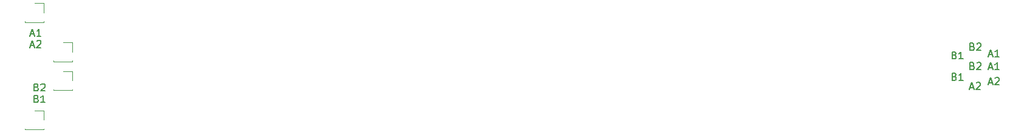
<source format=gbr>
%TF.GenerationSoftware,KiCad,Pcbnew,6.0.10*%
%TF.CreationDate,2023-01-30T14:16:19+03:00*%
%TF.ProjectId,heaters,68656174-6572-4732-9e6b-696361645f70,rev?*%
%TF.SameCoordinates,Original*%
%TF.FileFunction,Legend,Top*%
%TF.FilePolarity,Positive*%
%FSLAX46Y46*%
G04 Gerber Fmt 4.6, Leading zero omitted, Abs format (unit mm)*
G04 Created by KiCad (PCBNEW 6.0.10) date 2023-01-30 14:16:19*
%MOMM*%
%LPD*%
G01*
G04 APERTURE LIST*
%ADD10C,0.150000*%
%ADD11C,0.120000*%
G04 APERTURE END LIST*
D10*
X222195238Y-54928571D02*
X222338095Y-54976190D01*
X222385714Y-55023809D01*
X222433333Y-55119047D01*
X222433333Y-55261904D01*
X222385714Y-55357142D01*
X222338095Y-55404761D01*
X222242857Y-55452380D01*
X221861904Y-55452380D01*
X221861904Y-54452380D01*
X222195238Y-54452380D01*
X222290476Y-54500000D01*
X222338095Y-54547619D01*
X222385714Y-54642857D01*
X222385714Y-54738095D01*
X222338095Y-54833333D01*
X222290476Y-54880952D01*
X222195238Y-54928571D01*
X221861904Y-54928571D01*
X223385714Y-55452380D02*
X222814285Y-55452380D01*
X223100000Y-55452380D02*
X223100000Y-54452380D01*
X223004761Y-54595238D01*
X222909523Y-54690476D01*
X222814285Y-54738095D01*
X222195238Y-51928571D02*
X222338095Y-51976190D01*
X222385714Y-52023809D01*
X222433333Y-52119047D01*
X222433333Y-52261904D01*
X222385714Y-52357142D01*
X222338095Y-52404761D01*
X222242857Y-52452380D01*
X221861904Y-52452380D01*
X221861904Y-51452380D01*
X222195238Y-51452380D01*
X222290476Y-51500000D01*
X222338095Y-51547619D01*
X222385714Y-51642857D01*
X222385714Y-51738095D01*
X222338095Y-51833333D01*
X222290476Y-51880952D01*
X222195238Y-51928571D01*
X221861904Y-51928571D01*
X223385714Y-52452380D02*
X222814285Y-52452380D01*
X223100000Y-52452380D02*
X223100000Y-51452380D01*
X223004761Y-51595238D01*
X222909523Y-51690476D01*
X222814285Y-51738095D01*
X224695238Y-50728571D02*
X224838095Y-50776190D01*
X224885714Y-50823809D01*
X224933333Y-50919047D01*
X224933333Y-51061904D01*
X224885714Y-51157142D01*
X224838095Y-51204761D01*
X224742857Y-51252380D01*
X224361904Y-51252380D01*
X224361904Y-50252380D01*
X224695238Y-50252380D01*
X224790476Y-50300000D01*
X224838095Y-50347619D01*
X224885714Y-50442857D01*
X224885714Y-50538095D01*
X224838095Y-50633333D01*
X224790476Y-50680952D01*
X224695238Y-50728571D01*
X224361904Y-50728571D01*
X225314285Y-50347619D02*
X225361904Y-50300000D01*
X225457142Y-50252380D01*
X225695238Y-50252380D01*
X225790476Y-50300000D01*
X225838095Y-50347619D01*
X225885714Y-50442857D01*
X225885714Y-50538095D01*
X225838095Y-50680952D01*
X225266666Y-51252380D01*
X225885714Y-51252380D01*
X224695238Y-53428571D02*
X224838095Y-53476190D01*
X224885714Y-53523809D01*
X224933333Y-53619047D01*
X224933333Y-53761904D01*
X224885714Y-53857142D01*
X224838095Y-53904761D01*
X224742857Y-53952380D01*
X224361904Y-53952380D01*
X224361904Y-52952380D01*
X224695238Y-52952380D01*
X224790476Y-53000000D01*
X224838095Y-53047619D01*
X224885714Y-53142857D01*
X224885714Y-53238095D01*
X224838095Y-53333333D01*
X224790476Y-53380952D01*
X224695238Y-53428571D01*
X224361904Y-53428571D01*
X225314285Y-53047619D02*
X225361904Y-53000000D01*
X225457142Y-52952380D01*
X225695238Y-52952380D01*
X225790476Y-53000000D01*
X225838095Y-53047619D01*
X225885714Y-53142857D01*
X225885714Y-53238095D01*
X225838095Y-53380952D01*
X225266666Y-53952380D01*
X225885714Y-53952380D01*
X224385714Y-56466666D02*
X224861904Y-56466666D01*
X224290476Y-56752380D02*
X224623809Y-55752380D01*
X224957142Y-56752380D01*
X225242857Y-55847619D02*
X225290476Y-55800000D01*
X225385714Y-55752380D01*
X225623809Y-55752380D01*
X225719047Y-55800000D01*
X225766666Y-55847619D01*
X225814285Y-55942857D01*
X225814285Y-56038095D01*
X225766666Y-56180952D01*
X225195238Y-56752380D01*
X225814285Y-56752380D01*
X226985714Y-55766666D02*
X227461904Y-55766666D01*
X226890476Y-56052380D02*
X227223809Y-55052380D01*
X227557142Y-56052380D01*
X227842857Y-55147619D02*
X227890476Y-55100000D01*
X227985714Y-55052380D01*
X228223809Y-55052380D01*
X228319047Y-55100000D01*
X228366666Y-55147619D01*
X228414285Y-55242857D01*
X228414285Y-55338095D01*
X228366666Y-55480952D01*
X227795238Y-56052380D01*
X228414285Y-56052380D01*
X226985714Y-53666666D02*
X227461904Y-53666666D01*
X226890476Y-53952380D02*
X227223809Y-52952380D01*
X227557142Y-53952380D01*
X228414285Y-53952380D02*
X227842857Y-53952380D01*
X228128571Y-53952380D02*
X228128571Y-52952380D01*
X228033333Y-53095238D01*
X227938095Y-53190476D01*
X227842857Y-53238095D01*
X226985714Y-51866666D02*
X227461904Y-51866666D01*
X226890476Y-52152380D02*
X227223809Y-51152380D01*
X227557142Y-52152380D01*
X228414285Y-52152380D02*
X227842857Y-52152380D01*
X228128571Y-52152380D02*
X228128571Y-51152380D01*
X228033333Y-51295238D01*
X227938095Y-51390476D01*
X227842857Y-51438095D01*
X94295238Y-56423571D02*
X94438095Y-56471190D01*
X94485714Y-56518809D01*
X94533333Y-56614047D01*
X94533333Y-56756904D01*
X94485714Y-56852142D01*
X94438095Y-56899761D01*
X94342857Y-56947380D01*
X93961904Y-56947380D01*
X93961904Y-55947380D01*
X94295238Y-55947380D01*
X94390476Y-55995000D01*
X94438095Y-56042619D01*
X94485714Y-56137857D01*
X94485714Y-56233095D01*
X94438095Y-56328333D01*
X94390476Y-56375952D01*
X94295238Y-56423571D01*
X93961904Y-56423571D01*
X94914285Y-56042619D02*
X94961904Y-55995000D01*
X95057142Y-55947380D01*
X95295238Y-55947380D01*
X95390476Y-55995000D01*
X95438095Y-56042619D01*
X95485714Y-56137857D01*
X95485714Y-56233095D01*
X95438095Y-56375952D01*
X94866666Y-56947380D01*
X95485714Y-56947380D01*
X94295238Y-58033571D02*
X94438095Y-58081190D01*
X94485714Y-58128809D01*
X94533333Y-58224047D01*
X94533333Y-58366904D01*
X94485714Y-58462142D01*
X94438095Y-58509761D01*
X94342857Y-58557380D01*
X93961904Y-58557380D01*
X93961904Y-57557380D01*
X94295238Y-57557380D01*
X94390476Y-57605000D01*
X94438095Y-57652619D01*
X94485714Y-57747857D01*
X94485714Y-57843095D01*
X94438095Y-57938333D01*
X94390476Y-57985952D01*
X94295238Y-58033571D01*
X93961904Y-58033571D01*
X95485714Y-58557380D02*
X94914285Y-58557380D01*
X95200000Y-58557380D02*
X95200000Y-57557380D01*
X95104761Y-57700238D01*
X95009523Y-57795476D01*
X94914285Y-57843095D01*
X93485714Y-48961666D02*
X93961904Y-48961666D01*
X93390476Y-49247380D02*
X93723809Y-48247380D01*
X94057142Y-49247380D01*
X94914285Y-49247380D02*
X94342857Y-49247380D01*
X94628571Y-49247380D02*
X94628571Y-48247380D01*
X94533333Y-48390238D01*
X94438095Y-48485476D01*
X94342857Y-48533095D01*
X93485714Y-50571666D02*
X93961904Y-50571666D01*
X93390476Y-50857380D02*
X93723809Y-49857380D01*
X94057142Y-50857380D01*
X94342857Y-49952619D02*
X94390476Y-49905000D01*
X94485714Y-49857380D01*
X94723809Y-49857380D01*
X94819047Y-49905000D01*
X94866666Y-49952619D01*
X94914285Y-50047857D01*
X94914285Y-50143095D01*
X94866666Y-50285952D01*
X94295238Y-50857380D01*
X94914285Y-50857380D01*
D11*
%TO.C,J4*%
X96670000Y-56710000D02*
X96670000Y-56830000D01*
X96670000Y-56830000D02*
X99330000Y-56830000D01*
X99330000Y-56710000D02*
X99330000Y-56830000D01*
X99330000Y-54170000D02*
X99330000Y-55500000D01*
X98000000Y-54170000D02*
X99330000Y-54170000D01*
%TO.C,J3*%
X92670000Y-62210000D02*
X92670000Y-62330000D01*
X92670000Y-62330000D02*
X95330000Y-62330000D01*
X95330000Y-62210000D02*
X95330000Y-62330000D01*
X95330000Y-59670000D02*
X95330000Y-61000000D01*
X94000000Y-59670000D02*
X95330000Y-59670000D01*
%TO.C,J2*%
X96670000Y-52710000D02*
X96670000Y-52830000D01*
X96670000Y-52830000D02*
X99330000Y-52830000D01*
X99330000Y-52710000D02*
X99330000Y-52830000D01*
X99330000Y-50170000D02*
X99330000Y-51500000D01*
X98000000Y-50170000D02*
X99330000Y-50170000D01*
%TO.C,J1*%
X92670000Y-47210000D02*
X92670000Y-47330000D01*
X92670000Y-47330000D02*
X95330000Y-47330000D01*
X95330000Y-47210000D02*
X95330000Y-47330000D01*
X95330000Y-44670000D02*
X95330000Y-46000000D01*
X94000000Y-44670000D02*
X95330000Y-44670000D01*
%TD*%
M02*

</source>
